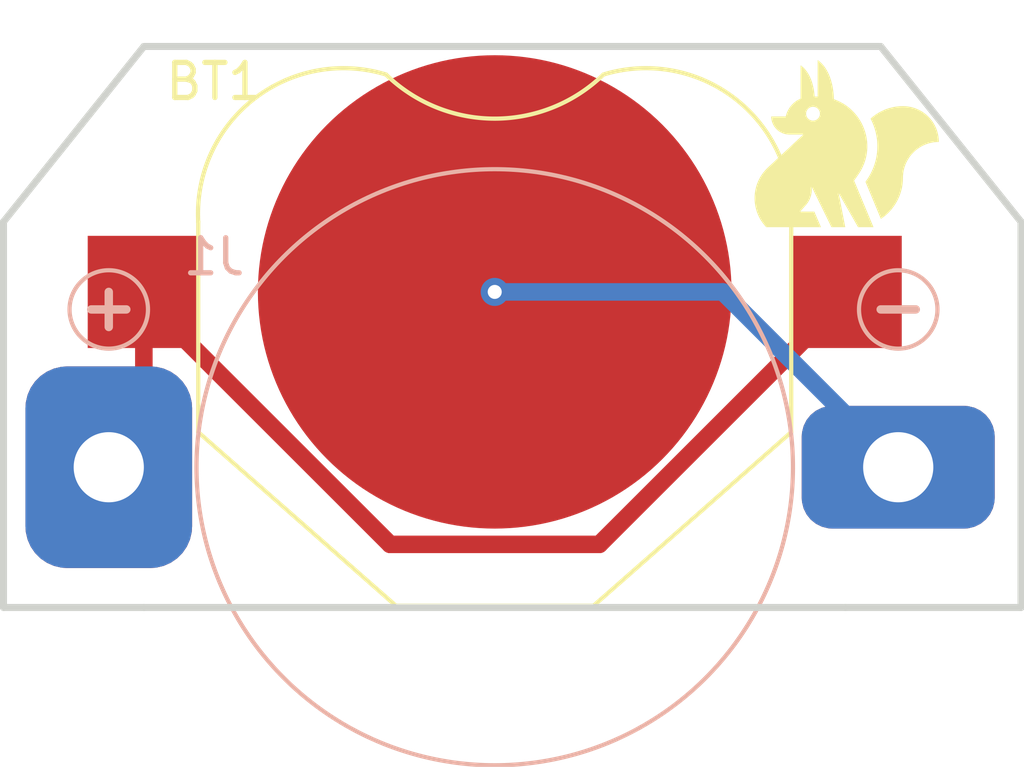
<source format=kicad_pcb>
(kicad_pcb (version 20211014) (generator pcbnew)
  (layers (0 "F.Cu" signal) (31 "B.Cu" signal) (34 "B.Paste" user) (35 "F.Paste" user) (36 "B.SilkS" user "B.Silkscreen") (37 "F.SilkS" user "F.Silkscreen") (38 "B.Mask" user) (39 "F.Mask" user) (44 "Edge.Cuts" user))
  (net 0 "")
  (net 1 "Net-(BT1-Pad1)")
  (net 2 "Net-(BT1-Pad2)")
  (footprint "keystone:BatteryHolder_Keystone_3012TR_1x16mm" (layer "F.Cu") (at 170 80)
    (fp_text reference "BT1" (at -8 -6 unlocked) (layer "F.SilkS"))
    (fp_text value "CR1616")
    (fp_line (start -8.45 4) (end -8.45 -2) (layer "F.SilkS") (width 0.12))
    (fp_line (start -2.816667 8.95) (end 2.816667 8.95) (layer "F.SilkS") (width 0.12))
    (fp_line (start 8.45 4) (end 8.45 -2) (layer "F.SilkS") (width 0.12))
    (fp_line (start -2.816667 8.95) (end -8.45 4) (layer "F.SilkS") (width 0.12))
    (fp_line (start 2.816667 8.95) (end 8.45 4) (layer "F.SilkS") (width 0.12))
    (fp_arc (start -8.45 -2) (mid -6.870521 -5.495485) (end -3.1 -6.2) (layer "F.SilkS") (width 0.12))
    (fp_arc (start 3.1 -6.2) (mid 0 -4.941407) (end -3.1 -6.2) (layer "F.SilkS") (width 0.12))
    (fp_arc (start 3.1 -6.2) (mid 6.870477 -5.495429) (end 8.45 -2) (layer "F.SilkS") (width 0.12))
    (pad "1" smd rect (at -10 0) (size 3.2 3.2) (layers "F.Cu" "F.Paste" "F.Mask") (net 1 "Net-(BT1-Pad1)"))
    (pad "1" smd rect (at 10 0) (size 3.2 3.2) (layers "F.Cu" "F.Paste" "F.Mask") (net 1 "Net-(BT1-Pad1)"))
    (pad "2" smd circle (at 0 0) (size 13.5 13.5) (layers "F.Cu" "F.Mask") (net 2 "Net-(BT1-Pad2)"))
  )
  (footprint "gameboy:cr1616-tabbed" (layer "B.Cu") (at 170 85 180)
    (fp_text reference "J1" (at 8 6 unlocked) (layer "B.SilkS") (effects (justify mirror)))
    (fp_text value "Conn_01x02")
    (fp_line (start 11 4) (end 11 5) (layer "B.SilkS") (width 0.24))
    (fp_line (start 10.5 4.5) (end 11.5 4.5) (layer "B.SilkS") (width 0.24))
    (fp_line (start -11 4.5) (end -12 4.5) (layer "B.SilkS") (width 0.24))
    (fp_circle (center -11.5 4.5) (end -10.5 5) (layer "B.SilkS") (width 0.12) (fill none))
    (fp_circle (center 11 4.5) (end 12 5) (layer "B.SilkS") (width 0.12) (fill none))
    (fp_circle (center 0 0) (end 0 8.5) (layer "B.SilkS") (width 0.12) (fill none))
    (pad "1" thru_hole roundrect (at 11 0 180) (size 4.75 5.75) (drill 2) (layers *.Cu *.Mask) (net 1 "Net-(BT1-Pad1)"))
    (pad "2" thru_hole roundrect (at -11.5 0 180) (size 5.5 3.5) (drill 2) (layers *.Cu *.Mask) (net 2 "Net-(BT1-Pad2)"))
  )
  (gr_poly (pts (xy 181.687823 74.704025) (xy 181.739747 74.70795) (xy 181.790908 74.714415) (xy 181.841244 74.723356) (xy 181.890689 74.73471) (xy 181.939181 74.748415) (xy 181.986655 74.764406) (xy 182.033048 74.78262) (xy 182.078296 74.802995) (xy 182.122336 74.825467) (xy 182.165103 74.849973) (xy 182.206534 74.87645) (xy 182.246565 74.904834) (xy 182.285133 74.935063) (xy 182.322174 74.967073) (xy 182.357623 75.0008) (xy 182.391418 75.036183) (xy 182.423494 75.073156) (xy 182.453789 75.111658) (xy 182.482237 75.151626) (xy 182.508775 75.192995) (xy 182.533341 75.235702) (xy 182.555869 75.279686) (xy 182.576296 75.324881) (xy 182.594559 75.371226) (xy 182.610594 75.418656) (xy 182.624336 75.467109) (xy 182.635723 75.516521) (xy 182.644691 75.56683) (xy 182.651175 75.617972) (xy 182.655112 75.669883) (xy 182.656439 75.722501) (xy 182.603812 75.723832) (xy 182.551876 75.727782) (xy 182.500696 75.734287) (xy 182.450335 75.743281) (xy 182.400857 75.754702) (xy 182.352328 75.768485) (xy 182.304811 75.784565) (xy 182.25837 75.802879) (xy 182.21307 75.823361) (xy 182.168975 75.845948) (xy 182.126149 75.870576) (xy 182.084657 75.897179) (xy 182.044562 75.925695) (xy 182.00593 75.956058) (xy 181.968823 75.988204) (xy 181.933307 76.022069) (xy 181.899446 76.057589) (xy 181.867304 76.0947) (xy 181.836945 76.133336) (xy 181.808433 76.173435) (xy 181.781833 76.214931) (xy 181.757209 76.25776) (xy 181.734625 76.301858) (xy 181.714146 76.347161) (xy 181.695835 76.393605) (xy 181.679758 76.441125) (xy 181.665977 76.489656) (xy 181.654558 76.539136) (xy 181.645565 76.589498) (xy 181.639062 76.64068) (xy 181.635112 76.692616) (xy 181.633782 76.745243) (xy 181.633055 76.790903) (xy 181.630891 76.836201) (xy 181.62731 76.881113) (xy 181.622336 76.925618) (xy 181.615989 76.969694) (xy 181.608292 77.013319) (xy 181.599267 77.056472) (xy 181.588936 77.099129) (xy 181.564444 77.182871) (xy 181.534991 77.264369) (xy 181.500753 77.343447) (xy 181.461906 77.41993) (xy 181.418627 77.493641) (xy 181.371091 77.564405) (xy 181.319473 77.632046) (xy 181.263951 77.696388) (xy 181.2047 77.757255) (xy 181.141896 77.81447) (xy 181.075714 77.867859) (xy 181.006331 77.917245) (xy 180.567239 76.860979) (xy 180.597239 76.818004) (xy 180.631313 76.767369) (xy 180.663481 76.715802) (xy 180.693728 76.663352) (xy 180.722036 76.610067) (xy 180.74839 76.555998) (xy 180.772772 76.501191) (xy 180.795165 76.445697) (xy 180.815553 76.389565) (xy 180.833919 76.332842) (xy 180.850247 76.275579) (xy 180.86452 76.217824) (xy 180.876721 76.159626) (xy 180.886833 76.101033) (xy 180.89484 76.042096) (xy 180.900724 75.982862) (xy 180.90447 75.92338) (xy 180.906037 75.867566) (xy 180.905737 75.811767) (xy 180.903581 75.756031) (xy 180.89958 75.700405) (xy 180.893745 75.644937) (xy 180.886087 75.589673) (xy 180.876617 75.534661) (xy 180.865345 75.479948) (xy 180.852283 75.425581) (xy 180.837441 75.371608) (xy 180.82083 75.318076) (xy 180.802461 75.265032) (xy 180.782345 75.212523) (xy 180.760493 75.160596) (xy 180.736916 75.109299) (xy 180.711624 75.05868) (xy 180.758276 75.018206) (xy 180.806741 74.979834) (xy 180.856946 74.943635) (xy 180.90882 74.909679) (xy 180.96229 74.878036) (xy 181.017284 74.848776) (xy 181.073731 74.82197) (xy 181.131557 74.797687) (xy 181.190692 74.775998) (xy 181.251062 74.756974) (xy 181.312596 74.740683) (xy 181.375222 74.727197) (xy 181.438867 74.716586) (xy 181.50346 74.70892) (xy 181.568928 74.704268) (xy 181.6352 74.702702)) (layer "F.SilkS") (width 0.002) (fill solid))
  (gr_poly (pts (xy 179.223038 73.402446) (xy 179.272575 73.440666) (xy 179.305832 73.471291) (xy 179.343107 73.510416) (xy 179.38317 73.558662) (xy 179.42479 73.616646) (xy 179.466736 73.684987) (xy 179.50778 73.764304) (xy 179.54669 73.855216) (xy 179.582235 73.958341) (xy 179.613186 74.074299) (xy 179.626554 74.137283) (xy 179.638312 74.203707) (xy 179.648306 74.273649) (xy 179.656382 74.347185) (xy 179.662387 74.424393) (xy 179.666166 74.505351) (xy 179.738119 74.532199) (xy 179.807827 74.56272) (xy 179.875215 74.596766) (xy 179.940205 74.634191) (xy 180.002723 74.674849) (xy 180.062691 74.718594) (xy 180.120034 74.76528) (xy 180.174674 74.814759) (xy 180.226535 74.866885) (xy 180.275542 74.921513) (xy 180.321617 74.978496) (xy 180.364685 75.037687) (xy 180.404669 75.09894) (xy 180.441493 75.162109) (xy 180.47508 75.227047) (xy 180.505354 75.293608) (xy 180.536468 75.373438) (xy 180.562811 75.455054) (xy 180.58426 75.538221) (xy 180.600692 75.622704) (xy 180.611984 75.708269) (xy 180.618015 75.79468) (xy 180.618659 75.881701) (xy 180.613796 75.969099) (xy 180.603302 76.056637) (xy 180.587055 76.14408) (xy 180.564931 76.231194) (xy 180.536808 76.317743) (xy 180.502562 76.403492) (xy 180.462072 76.488206) (xy 180.415214 76.571649) (xy 180.361865 76.653588) (xy 180.241702 76.825726) (xy 180.372371 77.140012) (xy 180.793609 78.153369) (xy 180.354891 78.153369) (xy 179.800278 77.177442) (xy 179.989526 78.153369) (xy 179.597382 78.153369) (xy 179.029194 76.99187) (xy 179.032956 77.026371) (xy 179.034927 77.06102) (xy 179.035103 77.095743) (xy 179.033476 77.130464) (xy 179.030041 77.165106) (xy 179.024792 77.199595) (xy 179.017723 77.233853) (xy 179.008828 77.267806) (xy 178.998101 77.301378) (xy 178.985537 77.334492) (xy 178.971129 77.367073) (xy 178.954871 77.399046) (xy 178.936757 77.430333) (xy 178.916783 77.46086) (xy 178.89494 77.490551) (xy 178.871224 77.519329) (xy 178.704784 77.710299) (xy 179.108256 77.710299) (xy 179.297426 78.153369) (xy 177.738455 78.153369) (xy 177.735823 78.150602) (xy 177.733206 78.147813) (xy 177.727953 78.142197) (xy 177.687122 78.096106) (xy 177.649083 78.048517) (xy 177.613831 77.999538) (xy 177.581363 77.949274) (xy 177.551675 77.897831) (xy 177.524763 77.845316) (xy 177.500623 77.791835) (xy 177.479253 77.737494) (xy 177.460647 77.6824) (xy 177.444803 77.626658) (xy 177.431717 77.570375) (xy 177.421384 77.513657) (xy 177.413802 77.456611) (xy 177.408966 77.399341) (xy 177.406874 77.341956) (xy 177.40752 77.28456) (xy 177.410902 77.22726) (xy 177.417016 77.170163) (xy 177.425857 77.113374) (xy 177.437423 77.057) (xy 177.45171 77.001146) (xy 177.468713 76.94592) (xy 177.48843 76.891427) (xy 177.510856 76.837773) (xy 177.535988 76.785066) (xy 177.563822 76.73341) (xy 177.594354 76.682912) (xy 177.627581 76.633679) (xy 177.663499 76.585816) (xy 177.702104 76.53943) (xy 177.743392 76.494627) (xy 177.78736 76.451513) (xy 178.796517 75.510916) (xy 178.396177 75.510916) (xy 178.369682 75.510246) (xy 178.343534 75.508257) (xy 178.317766 75.504982) (xy 178.29241 75.500453) (xy 178.267499 75.494702) (xy 178.243064 75.487763) (xy 178.219139 75.479666) (xy 178.195756 75.470445) (xy 178.172947 75.460132) (xy 178.150745 75.448759) (xy 178.129181 75.436359) (xy 178.108288 75.422964) (xy 178.088099 75.408606) (xy 178.068646 75.393319) (xy 178.049961 75.377133) (xy 178.032077 75.360082) (xy 178.015027 75.342198) (xy 177.998841 75.323513) (xy 177.983553 75.30406) (xy 177.969196 75.283871) (xy 177.955801 75.262978) (xy 177.943401 75.241414) (xy 177.932029 75.219211) (xy 177.921716 75.196402) (xy 177.912495 75.173019) (xy 177.904398 75.149094) (xy 177.897459 75.124659) (xy 177.891708 75.099748) (xy 177.887179 75.074392) (xy 177.883904 75.048624) (xy 177.881915 75.022476) (xy 177.881245 74.99598) (xy 178.295018 74.99598) (xy 178.305883 74.953494) (xy 178.317282 74.918041) (xy 178.873552 74.918041) (xy 178.87381 74.928231) (xy 178.874575 74.938288) (xy 178.875834 74.948198) (xy 178.877576 74.95795) (xy 178.879787 74.96753) (xy 178.882456 74.976927) (xy 178.885569 74.986128) (xy 178.889115 74.995121) (xy 178.893081 75.003892) (xy 178.897454 75.012431) (xy 178.902222 75.020724) (xy 178.907373 75.028758) (xy 178.912895 75.036522) (xy 178.918773 75.044003) (xy 178.924998 75.051188) (xy 178.931555 75.058065) (xy 178.938432 75.064622) (xy 178.945618 75.070846) (xy 178.953099 75.076725) (xy 178.960863 75.082246) (xy 178.968897 75.087397) (xy 178.97719 75.092165) (xy 178.985729 75.096538) (xy 178.994501 75.100504) (xy 179.003493 75.10405) (xy 179.012694 75.107163) (xy 179.022092 75.109831) (xy 179.031672 75.112043) (xy 179.041424 75.113784) (xy 179.051334 75.115043) (xy 179.061391 75.115808) (xy 179.071581 75.116066) (xy 179.081777 75.115808) (xy 179.09184 75.115043) (xy 179.101756 75.113784) (xy 179.111512 75.112043) (xy 179.121098 75.109831) (xy 179.130499 75.107163) (xy 179.139704 75.10405) (xy 179.1487 75.100504) (xy 179.157475 75.096538) (xy 179.166017 75.092165) (xy 179.174312 75.087397) (xy 179.182349 75.082246) (xy 179.190115 75.076725) (xy 179.197598 75.070846) (xy 179.204785 75.064622) (xy 179.211663 75.058065) (xy 179.218221 75.051188) (xy 179.224447 75.044003) (xy 179.230326 75.036522) (xy 179.235848 75.028758) (xy 179.240999 75.020724) (xy 179.245768 75.012431) (xy 179.250141 75.003893) (xy 179.254107 74.995121) (xy 179.257653 74.986128) (xy 179.260766 74.976927) (xy 179.263435 74.96753) (xy 179.265646 74.95795) (xy 179.267388 74.948198) (xy 179.268647 74.938288) (xy 179.269412 74.928231) (xy 179.269669 74.918041) (xy 179.269412 74.907845) (xy 179.268647 74.897783) (xy 179.267388 74.887867) (xy 179.265646 74.878111) (xy 179.263435 74.868526) (xy 179.260766 74.859124) (xy 179.257653 74.84992) (xy 179.254107 74.840923) (xy 179.250141 74.832148) (xy 179.245768 74.823607) (xy 179.240999 74.815312) (xy 179.235848 74.807275) (xy 179.230326 74.799509) (xy 179.224447 74.792026) (xy 179.218221 74.784839) (xy 179.211663 74.77796) (xy 179.204785 74.771402) (xy 179.197598 74.765177) (xy 179.190115 74.759297) (xy 179.182349 74.753775) (xy 179.174312 74.748624) (xy 179.166017 74.743855) (xy 179.157475 74.739481) (xy 179.1487 74.735515) (xy 179.139704 74.731969) (xy 179.130499 74.728856) (xy 179.121098 74.726187) (xy 179.111512 74.723976) (xy 179.101756 74.722235) (xy 179.09184 74.720975) (xy 179.081777 74.720211) (xy 179.071581 74.719953) (xy 179.061391 74.720211) (xy 179.051334 74.720975) (xy 179.041424 74.722235) (xy 179.031672 74.723976) (xy 179.022092 74.726187) (xy 179.012694 74.728856) (xy 179.003493 74.731969) (xy 178.994501 74.735515) (xy 178.985729 74.739481) (xy 178.97719 74.743855) (xy 178.968897 74.748624) (xy 178.960863 74.753775) (xy 178.953099 74.759297) (xy 178.945618 74.765177) (xy 178.938432 74.771402) (xy 178.931555 74.77796) (xy 178.924998 74.784839) (xy 178.918773 74.792026) (xy 178.912895 74.799509) (xy 178.907373 74.807275) (xy 178.902222 74.815312) (xy 178.897454 74.823607) (xy 178.893081 74.832148) (xy 178.889115 74.840923) (xy 178.885569 74.849919) (xy 178.882456 74.859124) (xy 178.879787 74.868526) (xy 178.877576 74.878111) (xy 178.875834 74.887867) (xy 178.874575 74.897783) (xy 178.87381 74.907845) (xy 178.873552 74.918041) (xy 178.317282 74.918041) (xy 178.319207 74.912053) (xy 178.334909 74.871739) (xy 178.352905 74.832634) (xy 178.373111 74.794823) (xy 178.395445 74.758387) (xy 178.419823 74.723409) (xy 178.446161 74.689972) (xy 178.474377 74.658159) (xy 178.504387 74.628052) (xy 178.536107 74.599734) (xy 178.569456 74.573288) (xy 178.604348 74.548796) (xy 178.640702 74.526341) (xy 178.678433 74.506007) (xy 178.717459 74.487874) (xy 178.717459 73.540077) (xy 178.732647 73.549474) (xy 178.773097 73.580238) (xy 178.8004 73.604838) (xy 178.831144 73.636226) (xy 178.864369 73.674884) (xy 178.899119 73.721295) (xy 178.934433 73.77594) (xy 178.969355 73.839301) (xy 179.002925 73.911862) (xy 179.034184 73.994104) (xy 179.062176 74.086509) (xy 179.08594 74.189559) (xy 179.095938 74.245227) (xy 179.104519 74.303737) (xy 179.111565 74.36515) (xy 179.116955 74.429525) (xy 179.204338 74.429525) (xy 179.204338 73.390806)) (layer "F.SilkS") (width 0.002) (fill solid))
  (gr_line (start 185 78) (end 185 89) (layer "Edge.Cuts") (width 0.2))
  (gr_line (start 156 78) (end 160 73) (layer "Edge.Cuts") (width 0.2))
  (gr_line (start 180 89) (end 160 89) (layer "Edge.Cuts") (width 0.2))
  (gr_line (start 185 89) (end 180 89) (layer "Edge.Cuts") (width 0.2))
  (gr_line (start 160 73) (end 173 73) (layer "Edge.Cuts") (width 0.2))
  (gr_line (start 173 73) (end 181 73) (layer "Edge.Cuts") (width 0.2))
  (gr_line (start 160 89) (end 156 89) (layer "Edge.Cuts") (width 0.2))
  (gr_line (start 181 73) (end 185 78) (layer "Edge.Cuts") (width 0.2))
  (gr_line (start 156 89) (end 156 78) (layer "Edge.Cuts") (width 0.2))
  (segment (start 172.982338 87.2) (end 167.017662 87.2) (width 0.5) (layer "F.Cu") (net 1))
  (segment (start 180 80) (end 180 80.182338) (width 0.5) (layer "F.Cu") (net 1))
  (segment (start 167.017662 87.2) (end 160 80.182338) (width 0.5) (layer "F.Cu") (net 1))
  (segment (start 160 80) (end 160 84) (width 0.5) (layer "F.Cu") (net 1))
  (segment (start 160 84) (end 159 85) (width 0.5) (layer "F.Cu") (net 1))
  (segment (start 180 80.182338) (end 172.982338 87.2) (width 0.5) (layer "F.Cu") (net 1))
  (segment (start 160 80.182338) (end 160 80) (width 0.5) (layer "F.Cu") (net 1))
  (via (at 170 80) (size 0.8) (drill 0.4) (layers "F.Cu" "B.Cu") (net 2))
  (segment (start 176.5 80) (end 181.5 85) (width 0.5) (layer "B.Cu") (net 2))
  (segment (start 170 80) (end 176.5 80) (width 0.5) (layer "B.Cu") (net 2))
)
</source>
